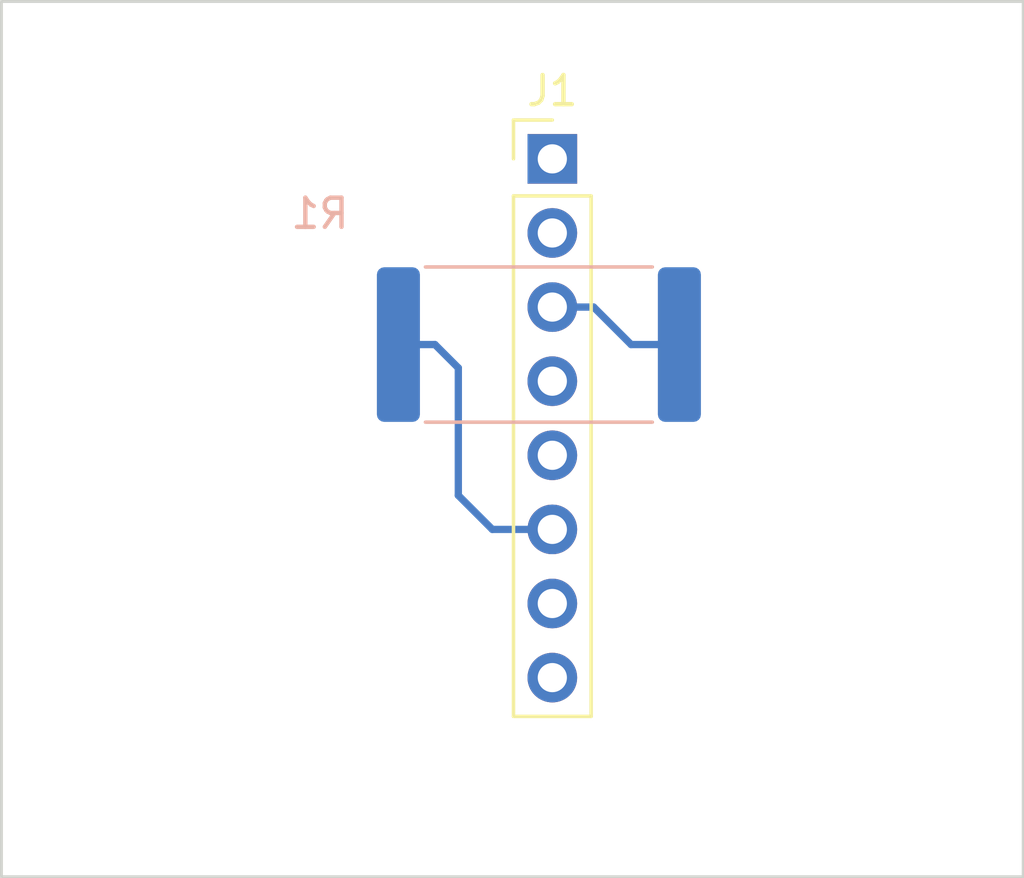
<source format=kicad_pcb>
(kicad_pcb (version 20210824) (generator pcbnew)
  (layers (0 "F.Cu" signal) (31 "B.Cu" signal) (34 "B.Paste" user) (35 "F.Paste" user) (36 "B.SilkS" user "B.Silkscreen") (37 "F.SilkS" user "F.Silkscreen") (38 "B.Mask" user) (39 "F.Mask" user) (44 "Edge.Cuts" user))
  (net 0 "")
  (net 3 "Net-(J1-Pad3)")
  (net 6 "Net-(J1-Pad6)")
  (footprint "Connector_PinHeader_2.54mm:PinHeader_1x08_P2.54mm_Vertical" (layer "F.Cu") (at 133.87 100.395)
    (fp_text reference "J1" (at 0 -2.33) (layer "F.SilkS"))
    (fp_text value "Conn_01x08")
    (fp_line (start -1.33 -1.33) (end 0 -1.33) (layer "F.SilkS") (width 0.12))
    (fp_line (start -1.33 1.27) (end -1.33 19.11) (layer "F.SilkS") (width 0.12))
    (fp_line (start 1.33 1.27) (end 1.33 19.11) (layer "F.SilkS") (width 0.12))
    (fp_line (start -1.33 19.11) (end 1.33 19.11) (layer "F.SilkS") (width 0.12))
    (fp_line (start -1.33 0) (end -1.33 -1.33) (layer "F.SilkS") (width 0.12))
    (fp_line (start -1.33 1.27) (end 1.33 1.27) (layer "F.SilkS") (width 0.12))
    (pad "1" thru_hole rect locked (at 0 0) (size 1.7 1.7) (drill 1) (layers *.Cu *.Mask))
    (pad "2" thru_hole oval locked (at 0 2.54) (size 1.7 1.7) (drill 1) (layers *.Cu *.Mask))
    (pad "3" thru_hole oval locked (at 0 5.08) (size 1.7 1.7) (drill 1) (layers *.Cu *.Mask) (net 3 "Net-(J1-Pad3)"))
    (pad "4" thru_hole oval locked (at 0 7.62) (size 1.7 1.7) (drill 1) (layers *.Cu *.Mask))
    (pad "5" thru_hole oval locked (at 0 10.16) (size 1.7 1.7) (drill 1) (layers *.Cu *.Mask))
    (pad "6" thru_hole oval locked (at 0 12.7) (size 1.7 1.7) (drill 1) (layers *.Cu *.Mask) (net 6 "Net-(J1-Pad6)"))
    (pad "7" thru_hole oval locked (at 0 15.24) (size 1.7 1.7) (drill 1) (layers *.Cu *.Mask))
    (pad "8" thru_hole oval locked (at 0 17.78) (size 1.7 1.7) (drill 1) (layers *.Cu *.Mask))
  )
  (footprint "Resistor_SMD:R_4020_10251Metric" (layer "B.Cu") (at 133.41 106.76 180)
    (fp_text reference "R1" (at 7.5 4.49) (layer "B.SilkS") (effects (justify mirror)))
    (fp_text value "2k2")
    (fp_line (start -3.886252 -2.66) (end 3.886252 -2.66) (layer "B.SilkS") (width 0.12))
    (fp_line (start -3.886252 2.66) (end 3.886252 2.66) (layer "B.SilkS") (width 0.12))
    (pad "1" smd roundrect locked (at -4.8125 0 180) (size 1.475 5.3) (layers "B.Cu" "B.Paste" "B.Mask") (roundrect_rratio 0.169492) (net 3 "Net-(J1-Pad3)"))
    (pad "2" smd roundrect locked (at 4.8125 0 180) (size 1.475 5.3) (layers "B.Cu" "B.Paste" "B.Mask") (roundrect_rratio 0.169492) (net 6 "Net-(J1-Pad6)"))
  )
  (gr_line (start 115 95) (end 150 95) (layer "Edge.Cuts") (width 0.1))
  (gr_line (start 150 125) (end 115 125) (layer "Edge.Cuts") (width 0.1))
  (gr_line (start 115 125) (end 115 95) (layer "Edge.Cuts") (width 0.1))
  (gr_line (start 150 95) (end 150 125) (layer "Edge.Cuts") (width 0.1))
  (segment (start 135.285 105.475) (end 133.87 105.475) (width 0.25) (layer "B.Cu") (net 3))
  (segment (start 136.57 106.76) (end 135.285 105.475) (width 0.25) (layer "B.Cu") (net 3))
  (segment (start 138.2225 106.76) (end 136.57 106.76) (width 0.25) (layer "B.Cu") (net 3))
  (segment (start 130.65 111.93) (end 131.815 113.095) (width 0.25) (layer "B.Cu") (net 6))
  (segment (start 131.815 113.095) (end 133.87 113.095) (width 0.25) (layer "B.Cu") (net 6))
  (segment (start 128.5975 106.76) (end 129.85 106.76) (width 0.25) (layer "B.Cu") (net 6))
  (segment (start 129.85 106.76) (end 130.65 107.56) (width 0.25) (layer "B.Cu") (net 6))
  (segment (start 130.65 107.56) (end 130.65 111.93) (width 0.25) (layer "B.Cu") (net 6))
)
</source>
